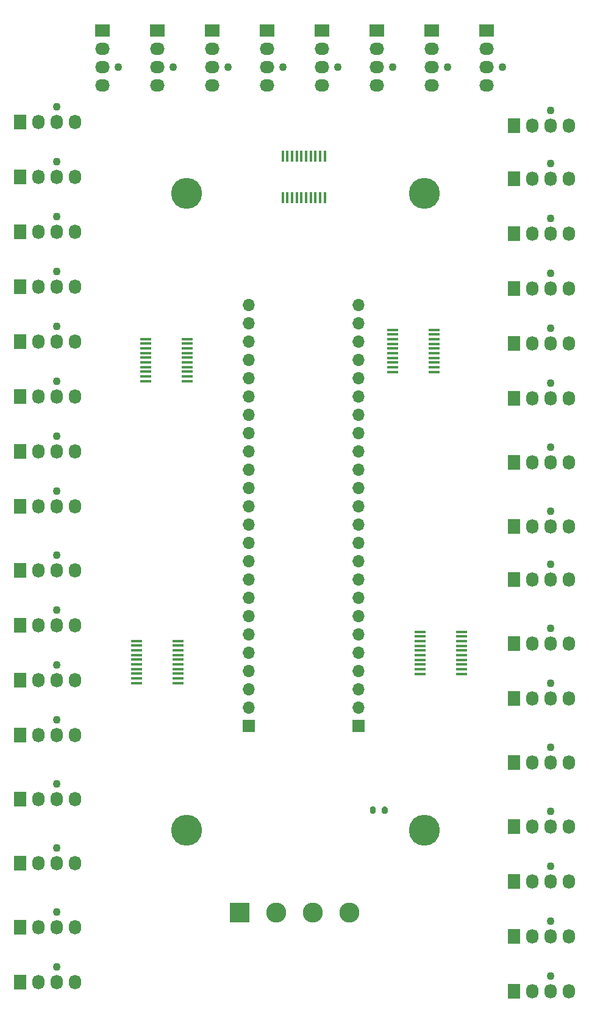
<source format=gbr>
%TF.GenerationSoftware,KiCad,Pcbnew,(5.1.8)-1*%
%TF.CreationDate,2021-03-01T08:31:10-06:00*%
%TF.ProjectId,CircuitBoard,43697263-7569-4744-926f-6172642e6b69,rev?*%
%TF.SameCoordinates,Original*%
%TF.FileFunction,Soldermask,Top*%
%TF.FilePolarity,Negative*%
%FSLAX46Y46*%
G04 Gerber Fmt 4.6, Leading zero omitted, Abs format (unit mm)*
G04 Created by KiCad (PCBNEW (5.1.8)-1) date 2021-03-01 08:31:10*
%MOMM*%
%LPD*%
G01*
G04 APERTURE LIST*
%ADD10R,1.570000X0.410000*%
%ADD11R,0.410000X1.570000*%
%ADD12C,4.300000*%
%ADD13C,2.780000*%
%ADD14R,2.780000X2.780000*%
%ADD15C,1.100000*%
%ADD16O,1.730000X2.030000*%
%ADD17R,1.730000X2.030000*%
%ADD18O,1.700000X1.700000*%
%ADD19R,1.700000X1.700000*%
%ADD20O,2.030000X1.730000*%
%ADD21R,2.030000X1.730000*%
G04 APERTURE END LIST*
D10*
%TO.C,U5*%
X105080000Y-95635000D03*
X105080000Y-94985000D03*
X105080000Y-94335000D03*
X105080000Y-93685000D03*
X105080000Y-93035000D03*
X105080000Y-92385000D03*
X105080000Y-91735000D03*
X105080000Y-91085000D03*
X105080000Y-90435000D03*
X105080000Y-89785000D03*
X110820000Y-89785000D03*
X110820000Y-90435000D03*
X110820000Y-91085000D03*
X110820000Y-91735000D03*
X110820000Y-92385000D03*
X110820000Y-93035000D03*
X110820000Y-93685000D03*
X110820000Y-94335000D03*
X110820000Y-94985000D03*
X110820000Y-95635000D03*
%TD*%
%TO.C,U4*%
X103810000Y-137545000D03*
X103810000Y-136895000D03*
X103810000Y-136245000D03*
X103810000Y-135595000D03*
X103810000Y-134945000D03*
X103810000Y-134295000D03*
X103810000Y-133645000D03*
X103810000Y-132995000D03*
X103810000Y-132345000D03*
X103810000Y-131695000D03*
X109550000Y-131695000D03*
X109550000Y-132345000D03*
X109550000Y-132995000D03*
X109550000Y-133645000D03*
X109550000Y-134295000D03*
X109550000Y-134945000D03*
X109550000Y-135595000D03*
X109550000Y-136245000D03*
X109550000Y-136895000D03*
X109550000Y-137545000D03*
%TD*%
%TO.C,U3*%
X145110000Y-88515000D03*
X145110000Y-89165000D03*
X145110000Y-89815000D03*
X145110000Y-90465000D03*
X145110000Y-91115000D03*
X145110000Y-91765000D03*
X145110000Y-92415000D03*
X145110000Y-93065000D03*
X145110000Y-93715000D03*
X145110000Y-94365000D03*
X139370000Y-94365000D03*
X139370000Y-93715000D03*
X139370000Y-93065000D03*
X139370000Y-92415000D03*
X139370000Y-91765000D03*
X139370000Y-91115000D03*
X139370000Y-90465000D03*
X139370000Y-89815000D03*
X139370000Y-89165000D03*
X139370000Y-88515000D03*
%TD*%
D11*
%TO.C,U2*%
X124075000Y-64440000D03*
X124725000Y-64440000D03*
X125375000Y-64440000D03*
X126025000Y-64440000D03*
X126675000Y-64440000D03*
X127325000Y-64440000D03*
X127975000Y-64440000D03*
X128625000Y-64440000D03*
X129275000Y-64440000D03*
X129925000Y-64440000D03*
X129925000Y-70180000D03*
X129275000Y-70180000D03*
X128625000Y-70180000D03*
X127975000Y-70180000D03*
X127325000Y-70180000D03*
X126675000Y-70180000D03*
X126025000Y-70180000D03*
X125375000Y-70180000D03*
X124725000Y-70180000D03*
X124075000Y-70180000D03*
%TD*%
D10*
%TO.C,U1*%
X148920000Y-130425000D03*
X148920000Y-131075000D03*
X148920000Y-131725000D03*
X148920000Y-132375000D03*
X148920000Y-133025000D03*
X148920000Y-133675000D03*
X148920000Y-134325000D03*
X148920000Y-134975000D03*
X148920000Y-135625000D03*
X148920000Y-136275000D03*
X143180000Y-136275000D03*
X143180000Y-135625000D03*
X143180000Y-134975000D03*
X143180000Y-134325000D03*
X143180000Y-133675000D03*
X143180000Y-133025000D03*
X143180000Y-132375000D03*
X143180000Y-131725000D03*
X143180000Y-131075000D03*
X143180000Y-130425000D03*
%TD*%
%TO.C,R1*%
G36*
G01*
X137839000Y-155469000D02*
X137839000Y-154919000D01*
G75*
G02*
X138039000Y-154719000I200000J0D01*
G01*
X138439000Y-154719000D01*
G75*
G02*
X138639000Y-154919000I0J-200000D01*
G01*
X138639000Y-155469000D01*
G75*
G02*
X138439000Y-155669000I-200000J0D01*
G01*
X138039000Y-155669000D01*
G75*
G02*
X137839000Y-155469000I0J200000D01*
G01*
G37*
G36*
G01*
X136189000Y-155469000D02*
X136189000Y-154919000D01*
G75*
G02*
X136389000Y-154719000I200000J0D01*
G01*
X136789000Y-154719000D01*
G75*
G02*
X136989000Y-154919000I0J-200000D01*
G01*
X136989000Y-155469000D01*
G75*
G02*
X136789000Y-155669000I-200000J0D01*
G01*
X136389000Y-155669000D01*
G75*
G02*
X136189000Y-155469000I0J200000D01*
G01*
G37*
%TD*%
D12*
%TO.C,MNT*%
X143764000Y-157988000D03*
%TD*%
%TO.C,MNT*%
X110744000Y-157988000D03*
%TD*%
%TO.C,REF\u002A\u002A*%
X143764000Y-69596000D03*
%TD*%
%TO.C,REF\u002A\u002A*%
X110744000Y-69596000D03*
%TD*%
D13*
%TO.C,JMolex1*%
X133350000Y-169418000D03*
X128270000Y-169418000D03*
X123190000Y-169418000D03*
D14*
X118110000Y-169418000D03*
%TD*%
D15*
%TO.C,J42*%
X92710000Y-110870000D03*
D16*
X95250000Y-113030000D03*
X92710000Y-113030000D03*
X90170000Y-113030000D03*
D17*
X87630000Y-113030000D03*
%TD*%
D15*
%TO.C,J41*%
X92710000Y-103250000D03*
D16*
X95250000Y-105410000D03*
X92710000Y-105410000D03*
X90170000Y-105410000D03*
D17*
X87630000Y-105410000D03*
%TD*%
D15*
%TO.C,J40*%
X92710000Y-95630000D03*
D16*
X95250000Y-97790000D03*
X92710000Y-97790000D03*
X90170000Y-97790000D03*
D17*
X87630000Y-97790000D03*
%TD*%
D15*
%TO.C,J39*%
X92710000Y-88010000D03*
D16*
X95250000Y-90170000D03*
X92710000Y-90170000D03*
X90170000Y-90170000D03*
D17*
X87630000Y-90170000D03*
%TD*%
D15*
%TO.C,J38*%
X92710000Y-80390000D03*
D16*
X95250000Y-82550000D03*
X92710000Y-82550000D03*
X90170000Y-82550000D03*
D17*
X87630000Y-82550000D03*
%TD*%
D15*
%TO.C,J37*%
X92710000Y-72770000D03*
D16*
X95250000Y-74930000D03*
X92710000Y-74930000D03*
X90170000Y-74930000D03*
D17*
X87630000Y-74930000D03*
%TD*%
D15*
%TO.C,J36*%
X92710000Y-65150000D03*
D16*
X95250000Y-67310000D03*
X92710000Y-67310000D03*
X90170000Y-67310000D03*
D17*
X87630000Y-67310000D03*
%TD*%
D15*
%TO.C,J35*%
X92710000Y-57530000D03*
D16*
X95250000Y-59690000D03*
X92710000Y-59690000D03*
X90170000Y-59690000D03*
D17*
X87630000Y-59690000D03*
%TD*%
D15*
%TO.C,J34*%
X92710000Y-119760000D03*
D16*
X95250000Y-121920000D03*
X92710000Y-121920000D03*
X90170000Y-121920000D03*
D17*
X87630000Y-121920000D03*
%TD*%
D15*
%TO.C,J33*%
X92710000Y-127380000D03*
D16*
X95250000Y-129540000D03*
X92710000Y-129540000D03*
X90170000Y-129540000D03*
D17*
X87630000Y-129540000D03*
%TD*%
D15*
%TO.C,J32*%
X92710000Y-135000000D03*
D16*
X95250000Y-137160000D03*
X92710000Y-137160000D03*
X90170000Y-137160000D03*
D17*
X87630000Y-137160000D03*
%TD*%
D15*
%TO.C,J31*%
X92710000Y-142620000D03*
D16*
X95250000Y-144780000D03*
X92710000Y-144780000D03*
X90170000Y-144780000D03*
D17*
X87630000Y-144780000D03*
%TD*%
D15*
%TO.C,J30*%
X92710000Y-151510000D03*
D16*
X95250000Y-153670000D03*
X92710000Y-153670000D03*
X90170000Y-153670000D03*
D17*
X87630000Y-153670000D03*
%TD*%
D15*
%TO.C,J29*%
X92710000Y-160400000D03*
D16*
X95250000Y-162560000D03*
X92710000Y-162560000D03*
X90170000Y-162560000D03*
D17*
X87630000Y-162560000D03*
%TD*%
D15*
%TO.C,J28*%
X92710000Y-169290000D03*
D16*
X95250000Y-171450000D03*
X92710000Y-171450000D03*
X90170000Y-171450000D03*
D17*
X87630000Y-171450000D03*
%TD*%
D15*
%TO.C,J27*%
X92710000Y-176910000D03*
D16*
X95250000Y-179070000D03*
X92710000Y-179070000D03*
X90170000Y-179070000D03*
D17*
X87630000Y-179070000D03*
%TD*%
D15*
%TO.C,J26*%
X161290000Y-113664000D03*
D16*
X163830000Y-115824000D03*
X161290000Y-115824000D03*
X158750000Y-115824000D03*
D17*
X156210000Y-115824000D03*
%TD*%
D15*
%TO.C,J25*%
X161290000Y-104774000D03*
D16*
X163830000Y-106934000D03*
X161290000Y-106934000D03*
X158750000Y-106934000D03*
D17*
X156210000Y-106934000D03*
%TD*%
D15*
%TO.C,J24*%
X161290000Y-95884000D03*
D16*
X163830000Y-98044000D03*
X161290000Y-98044000D03*
X158750000Y-98044000D03*
D17*
X156210000Y-98044000D03*
%TD*%
D15*
%TO.C,J23*%
X161290000Y-88264000D03*
D16*
X163830000Y-90424000D03*
X161290000Y-90424000D03*
X158750000Y-90424000D03*
D17*
X156210000Y-90424000D03*
%TD*%
D18*
%TO.C,J22*%
X119380000Y-85090000D03*
X119380000Y-87630000D03*
X119380000Y-90170000D03*
X119380000Y-92710000D03*
X119380000Y-95250000D03*
X119380000Y-97790000D03*
X119380000Y-100330000D03*
X119380000Y-102870000D03*
X119380000Y-105410000D03*
X119380000Y-107950000D03*
X119380000Y-110490000D03*
X119380000Y-113030000D03*
X119380000Y-115570000D03*
X119380000Y-118110000D03*
X119380000Y-120650000D03*
X119380000Y-123190000D03*
X119380000Y-125730000D03*
X119380000Y-128270000D03*
X119380000Y-130810000D03*
X119380000Y-133350000D03*
X119380000Y-135890000D03*
X119380000Y-138430000D03*
X119380000Y-140970000D03*
D19*
X119380000Y-143510000D03*
%TD*%
D18*
%TO.C,J21*%
X134620000Y-85090000D03*
X134620000Y-87630000D03*
X134620000Y-90170000D03*
X134620000Y-92710000D03*
X134620000Y-95250000D03*
X134620000Y-97790000D03*
X134620000Y-100330000D03*
X134620000Y-102870000D03*
X134620000Y-105410000D03*
X134620000Y-107950000D03*
X134620000Y-110490000D03*
X134620000Y-113030000D03*
X134620000Y-115570000D03*
X134620000Y-118110000D03*
X134620000Y-120650000D03*
X134620000Y-123190000D03*
X134620000Y-125730000D03*
X134620000Y-128270000D03*
X134620000Y-130810000D03*
X134620000Y-133350000D03*
X134620000Y-135890000D03*
X134620000Y-138430000D03*
X134620000Y-140970000D03*
D19*
X134620000Y-143510000D03*
%TD*%
D15*
%TO.C,J20*%
X108840000Y-52070000D03*
D20*
X106680000Y-54610000D03*
X106680000Y-52070000D03*
X106680000Y-49530000D03*
D21*
X106680000Y-46990000D03*
%TD*%
D15*
%TO.C,J19*%
X101220000Y-52070000D03*
D20*
X99060000Y-54610000D03*
X99060000Y-52070000D03*
X99060000Y-49530000D03*
D21*
X99060000Y-46990000D03*
%TD*%
D15*
%TO.C,J18*%
X161290000Y-121030000D03*
D16*
X163830000Y-123190000D03*
X161290000Y-123190000D03*
X158750000Y-123190000D03*
D17*
X156210000Y-123190000D03*
%TD*%
D15*
%TO.C,J17*%
X161290000Y-129920000D03*
D16*
X163830000Y-132080000D03*
X161290000Y-132080000D03*
X158750000Y-132080000D03*
D17*
X156210000Y-132080000D03*
%TD*%
D15*
%TO.C,J16*%
X161290000Y-137540000D03*
D16*
X163830000Y-139700000D03*
X161290000Y-139700000D03*
X158750000Y-139700000D03*
D17*
X156210000Y-139700000D03*
%TD*%
D15*
%TO.C,J15*%
X161290000Y-146430000D03*
D16*
X163830000Y-148590000D03*
X161290000Y-148590000D03*
X158750000Y-148590000D03*
D17*
X156210000Y-148590000D03*
%TD*%
D15*
%TO.C,J14*%
X161290000Y-155320000D03*
D16*
X163830000Y-157480000D03*
X161290000Y-157480000D03*
X158750000Y-157480000D03*
D17*
X156210000Y-157480000D03*
%TD*%
D15*
%TO.C,J13*%
X161290000Y-162940000D03*
D16*
X163830000Y-165100000D03*
X161290000Y-165100000D03*
X158750000Y-165100000D03*
D17*
X156210000Y-165100000D03*
%TD*%
D15*
%TO.C,J12*%
X161290000Y-170560000D03*
D16*
X163830000Y-172720000D03*
X161290000Y-172720000D03*
X158750000Y-172720000D03*
D17*
X156210000Y-172720000D03*
%TD*%
D15*
%TO.C,J11*%
X161290000Y-178180000D03*
D16*
X163830000Y-180340000D03*
X161290000Y-180340000D03*
X158750000Y-180340000D03*
D17*
X156210000Y-180340000D03*
%TD*%
D15*
%TO.C,J10*%
X161290000Y-80644000D03*
D16*
X163830000Y-82804000D03*
X161290000Y-82804000D03*
X158750000Y-82804000D03*
D17*
X156210000Y-82804000D03*
%TD*%
D15*
%TO.C,J9*%
X161290000Y-65404000D03*
D16*
X163830000Y-67564000D03*
X161290000Y-67564000D03*
X158750000Y-67564000D03*
D17*
X156210000Y-67564000D03*
%TD*%
D15*
%TO.C,J8*%
X161290000Y-58038000D03*
D16*
X163830000Y-60198000D03*
X161290000Y-60198000D03*
X158750000Y-60198000D03*
D17*
X156210000Y-60198000D03*
%TD*%
D15*
%TO.C,J7*%
X154560000Y-52070000D03*
D20*
X152400000Y-54610000D03*
X152400000Y-52070000D03*
X152400000Y-49530000D03*
D21*
X152400000Y-46990000D03*
%TD*%
D15*
%TO.C,J6*%
X161290000Y-73024000D03*
D16*
X163830000Y-75184000D03*
X161290000Y-75184000D03*
X158750000Y-75184000D03*
D17*
X156210000Y-75184000D03*
%TD*%
D15*
%TO.C,J5*%
X146940000Y-52070000D03*
D20*
X144780000Y-54610000D03*
X144780000Y-52070000D03*
X144780000Y-49530000D03*
D21*
X144780000Y-46990000D03*
%TD*%
D15*
%TO.C,J4*%
X139320000Y-52070000D03*
D20*
X137160000Y-54610000D03*
X137160000Y-52070000D03*
X137160000Y-49530000D03*
D21*
X137160000Y-46990000D03*
%TD*%
D15*
%TO.C,J3*%
X116460000Y-52070000D03*
D20*
X114300000Y-54610000D03*
X114300000Y-52070000D03*
X114300000Y-49530000D03*
D21*
X114300000Y-46990000D03*
%TD*%
D15*
%TO.C,J2*%
X131700000Y-52070000D03*
D20*
X129540000Y-54610000D03*
X129540000Y-52070000D03*
X129540000Y-49530000D03*
D21*
X129540000Y-46990000D03*
%TD*%
D15*
%TO.C,J1*%
X124080000Y-52070000D03*
D20*
X121920000Y-54610000D03*
X121920000Y-52070000D03*
X121920000Y-49530000D03*
D21*
X121920000Y-46990000D03*
%TD*%
M02*

</source>
